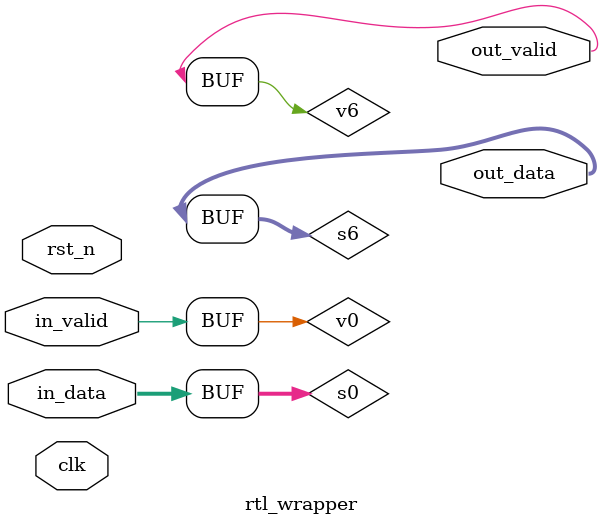
<source format=sv>

module rtl_wrapper (
  input  logic        clk,
  input  logic        rst_n,
  input  logic        in_valid,
  input  logic [15:0] in_data,   // TODO: width/packing for your input
  output logic        out_valid,
  output logic [15:0] out_data   // TODO: width/packing for your output
);

  // Internal wires (TODO: define correct widths and buses)
  logic        v0;
  logic [15:0] s0;

  // Example chaining assumes each block consumes/produces streaming samples.
  // Replace with your actual interface (AXI-stream, valid/ready, etc).

  // Input assignment
  assign v0 = in_valid;
  assign s0 = in_data;

  logic        v1;
  logic [15:0] s1;  // TODO: adjust width/bus for RTL_FLATTEN
  RTL_FLATTEN u_fx_flatten (/* TODO ports */);

  logic        v2;
  logic [15:0] s2;  // TODO: adjust width/bus for RTL_FC
  // params: weight=params/fc1_weights.mem bias=params/fc1_biases.mem
  RTL_FC u_fc1 (/* TODO ports */);

  logic        v3;
  logic [15:0] s3;  // TODO: adjust width/bus for RTL_RELU
  RTL_RELU u_fx_relu (/* TODO ports */);

  logic        v4;
  logic [15:0] s4;  // TODO: adjust width/bus for RTL_FC
  // params: weight=params/fc2_weights.mem bias=params/fc2_biases.mem
  RTL_FC u_fc2 (/* TODO ports */);

  logic        v5;
  logic [15:0] s5;  // TODO: adjust width/bus for RTL_RELU
  RTL_RELU u_fx_relu_1 (/* TODO ports */);

  logic        v6;
  logic [15:0] s6;  // TODO: adjust width/bus for RTL_FC
  // params: weight=params/fc3_weights.mem bias=params/fc3_biases.mem
  RTL_FC u_fc3 (/* TODO ports */);

  assign out_valid = v6;
  assign out_data  = s6;
endmodule

</source>
